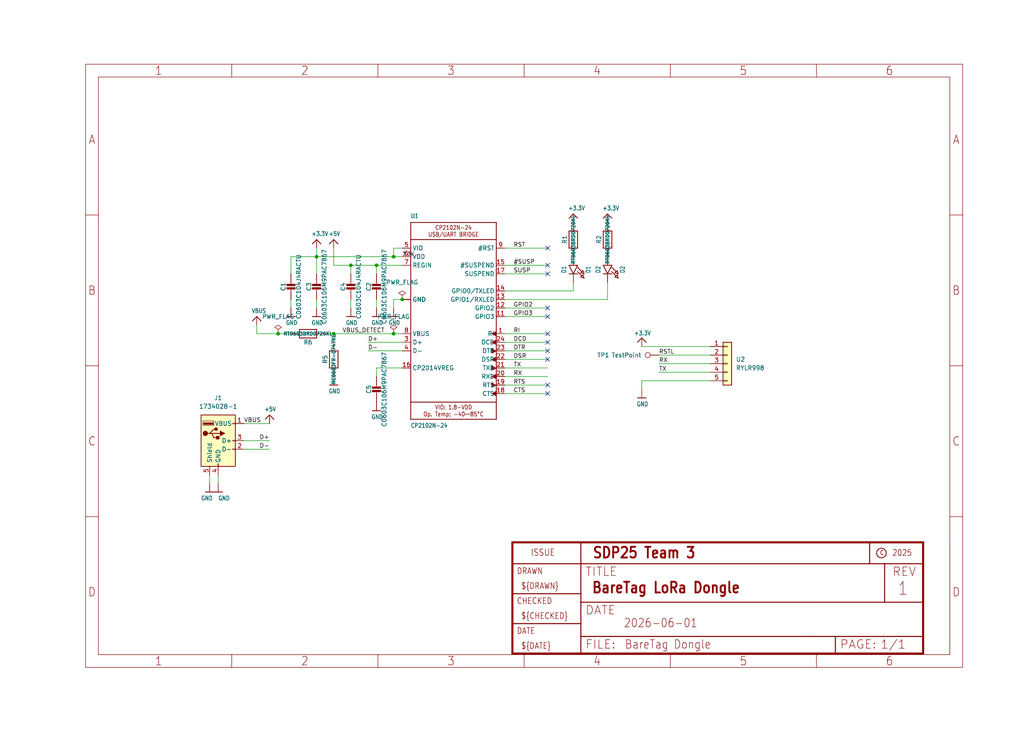
<source format=kicad_sch>
(kicad_sch (version 20231120) (generator "eeschema") (generator_version "8.0")
  (paper "User" 303.962 217.322)
  (title_block (title "BareTag LoRa Dongle") (date "2025-01-16") (rev "v1") (company "SDP25 Team 3"))
  (lib_symbols
    (symbol "Adafruit CP2102N Friend-eagle-import:microbuilder_3.3V" (power)
      (symbol "microbuilder_3.3V_1_0"
        (polyline (pts (xy -1.27 -1.27) (xy 0 0)) (stroke (width 0.254)))
        (polyline (pts (xy 0 0) (xy 1.27 -1.27)) (stroke (width 0.254)))
        (pin power_in line (at 0 -2.54 90) (length 2.54) (name "3.3V") (number "1"))
      )
    )
    (symbol "Adafruit CP2102N Friend-eagle-import:microbuilder_CAP_CERAMIC0603_NO"
      (property "Reference" "C" (at -2.29 1.25 90))
      (symbol "microbuilder_CAP_CERAMIC0603_NO_1_0"
        (rectangle (start -1.27 0.508) (end 1.27 1.016) (fill (type outline)))
        (rectangle (start -1.27 1.524) (end 1.27 2.032) (fill (type outline)))
        (polyline (pts (xy 0 0.762) (xy 0 0)) (stroke (width 0.1524)))
        (polyline (pts (xy 0 2.54) (xy 0 1.778)) (stroke (width 0.1524)))
        (pin passive line (at 0 5.08 270) (length 2.54) (name "1") (number "1"))
        (pin passive line (at 0 -2.54 90) (length 2.54) (name "2") (number "2"))
      )
    )
    (symbol "Adafruit CP2102N Friend-eagle-import:microbuilder_CAP_CERAMIC0805-NOOUTLINE"
      (property "Reference" "C" (at -2.29 1.25 90))
      (symbol "microbuilder_CAP_CERAMIC0805-NOOUTLINE_1_0"
        (rectangle (start -1.27 0.508) (end 1.27 1.016) (fill (type outline)))
        (rectangle (start -1.27 1.524) (end 1.27 2.032) (fill (type outline)))
        (polyline (pts (xy 0 0.762) (xy 0 0)) (stroke (width 0.1524)))
        (polyline (pts (xy 0 2.54) (xy 0 1.778)) (stroke (width 0.1524)))
        (pin passive line (at 0 5.08 270) (length 2.54) (name "1") (number "1"))
        (pin passive line (at 0 -2.54 90) (length 2.54) (name "2") (number "2"))
      )
    )
    (symbol "Adafruit CP2102N Friend-eagle-import:microbuilder_CP2102N-24"
      (property "Reference" "IC1" (at -12.7 29.21 0))
      (property "Value" "CP2102N-24" (at -12.7 -33.02 0))
      (symbol "microbuilder_CP2102N-24_1_0"
        (polyline (pts (xy -12.7 -30.48) (xy 12.7 -30.48)) (stroke (width 0.254)))
        (polyline (pts (xy -12.7 -25.4) (xy -12.7 -30.48)) (stroke (width 0.254)))
        (polyline (pts (xy -12.7 -25.4) (xy -12.7 22.86)) (stroke (width 0.254)))
        (polyline (pts (xy -12.7 22.86) (xy -12.7 27.94)) (stroke (width 0.254)))
        (polyline (pts (xy -12.7 22.86) (xy 12.7 22.86)) (stroke (width 0.254)))
        (polyline (pts (xy -12.7 27.94) (xy 12.7 27.94)) (stroke (width 0.254)))
        (polyline (pts (xy 12.7 -30.48) (xy 12.7 -25.4)) (stroke (width 0.254)))
        (polyline (pts (xy 12.7 -25.4) (xy -12.7 -25.4)) (stroke (width 0.254)))
        (polyline (pts (xy 12.7 22.86) (xy 12.7 -25.4)) (stroke (width 0.254)))
        (polyline (pts (xy 12.7 27.94) (xy 12.7 22.86)) (stroke (width 0.254)))
        (polyline (pts (xy 11.43 -19.685) (xy 11.43 -20.955) (xy 12.7 -20.32)) (stroke (width 0.254)) (fill (type outline)))
        (polyline (pts (xy 11.43 -14.605) (xy 11.43 -15.875) (xy 12.7 -15.24)) (stroke (width 0.254)) (fill (type outline)))
        (polyline (pts (xy 11.43 -9.525) (xy 11.43 -10.795) (xy 12.7 -10.16)) (stroke (width 0.254)) (fill (type outline)))
        (polyline (pts (xy 12.7 -22.225) (xy 11.43 -22.86) (xy 12.7 -23.495)) (stroke (width 0.254)) (fill (type outline)))
        (polyline (pts (xy 12.7 -17.145) (xy 11.43 -17.78) (xy 12.7 -18.415)) (stroke (width 0.254)) (fill (type outline)))
        (polyline (pts (xy 12.7 -12.065) (xy 11.43 -12.7) (xy 12.7 -13.335)) (stroke (width 0.254)) (fill (type outline)))
        (polyline (pts (xy 12.7 -6.985) (xy 11.43 -7.62) (xy 12.7 -8.255)) (stroke (width 0.254)) (fill (type outline)))
        (polyline (pts (xy 12.7 -4.445) (xy 11.43 -5.08) (xy 12.7 -5.715)) (stroke (width 0.254)) (fill (type outline)))
        (text "CP2102N-24\nUSB/UART BRIDGE" (at 0 25.4 0) (effects (font (size 1.27 1.0795))))
        (text "VIO: 1.8-VDD\nOp. Temp: -40~~85°C" (at 0 -27.94 0) (effects (font (size 1.27 1.0795))))
        (pin input line (at 15.24 -5.08 180) (length 2.54) (name "RI") (number "1"))
        (pin bidirectional line (at 15.24 0 180) (length 2.54) (name "GPIO3") (number "11"))
        (pin bidirectional line (at 15.24 2.54 180) (length 2.54) (name "GPIO2") (number "12"))
        (pin bidirectional line (at 15.24 5.08 180) (length 2.54) (name "GPIO1/RXLED") (number "13"))
        (pin bidirectional line (at 15.24 7.62 180) (length 2.54) (name "GPIO0/TXLED") (number "14"))
        (pin output line (at 15.24 15.24 180) (length 2.54) (name "#SUSPEND") (number "15"))
        (pin passive line (at -15.24 -15.24 0) (length 2.54) (name "CP2014VREG") (number "16"))
        (pin output line (at 15.24 12.7 180) (length 2.54) (name "SUSPEND") (number "17"))
        (pin input line (at 15.24 -22.86 180) (length 2.54) (name "CTS") (number "18"))
        (pin output line (at 15.24 -20.32 180) (length 2.54) (name "RTS") (number "19"))
        (pin power_in line (at -15.24 5.08 0) (length 2.54) (name "GND") (number "2"))
        (pin input line (at 15.24 -17.78 180) (length 2.54) (name "RXD") (number "20"))
        (pin output line (at 15.24 -15.24 180) (length 2.54) (name "TXD") (number "21"))
        (pin input line (at 15.24 -12.7 180) (length 2.54) (name "DSR") (number "22"))
        (pin output line (at 15.24 -10.16 180) (length 2.54) (name "DTR") (number "23"))
        (pin input line (at 15.24 -7.62 180) (length 2.54) (name "DCD") (number "24"))
        (pin bidirectional line (at -15.24 -7.62 0) (length 2.54) (name "D+") (number "3"))
        (pin bidirectional line (at -15.24 -10.16 0) (length 2.54) (name "D-") (number "4"))
        (pin power_in line (at -15.24 20.32 0) (length 2.54) (name "VIO") (number "5"))
        (pin power_out line (at -15.24 17.78 0) (length 2.54) (name "VDD") (number "6"))
        (pin power_in line (at -15.24 15.24 0) (length 2.54) (name "REGIN") (number "7"))
        (pin power_in line (at -15.24 -5.08 0) (length 2.54) (name "VBUS") (number "8"))
        (pin bidirectional line (at 15.24 20.32 180) (length 2.54) (name "#RST") (number "9"))
        (pin power_in line (at -15.24 5.08 0) (length 2.54) (name "GND") (number "THERM"))
      )
    )
    (symbol "Adafruit CP2102N Friend-eagle-import:microbuilder_FRAME_A4"
      (symbol "microbuilder_FRAME_A4_1_0"
        (polyline (pts (xy 0 44.7675) (xy 3.81 44.7675)))
        (polyline (pts (xy 0 89.535) (xy 3.81 89.535)))
        (polyline (pts (xy 0 134.3025) (xy 3.81 134.3025)))
        (polyline (pts (xy 3.81 3.81) (xy 3.81 175.26)))
        (polyline (pts (xy 43.3917 0) (xy 43.3917 3.81)))
        (polyline (pts (xy 43.3917 175.26) (xy 43.3917 179.07)))
        (polyline (pts (xy 86.7833 0) (xy 86.7833 3.81)))
        (polyline (pts (xy 86.7833 175.26) (xy 86.7833 179.07)))
        (polyline (pts (xy 130.175 0) (xy 130.175 3.81)))
        (polyline (pts (xy 130.175 175.26) (xy 130.175 179.07)))
        (polyline (pts (xy 173.5667 0) (xy 173.5667 3.81)))
        (polyline (pts (xy 173.5667 175.26) (xy 173.5667 179.07)))
        (polyline (pts (xy 216.9583 0) (xy 216.9583 3.81)))
        (polyline (pts (xy 216.9583 175.26) (xy 216.9583 179.07)))
        (polyline (pts (xy 256.54 3.81) (xy 3.81 3.81)))
        (polyline (pts (xy 256.54 3.81) (xy 256.54 8.89)) (stroke (width 0.1016)))
        (polyline (pts (xy 256.54 3.81) (xy 256.54 175.26)))
        (polyline (pts (xy 256.54 8.89) (xy 256.54 13.97)) (stroke (width 0.1016)))
        (polyline (pts (xy 256.54 13.97) (xy 256.54 19.05)) (stroke (width 0.1016)))
        (polyline (pts (xy 256.54 19.05) (xy 256.54 36.83)) (stroke (width 0.1016)))
        (polyline (pts (xy 256.54 44.7675) (xy 260.35 44.7675)))
        (polyline (pts (xy 256.54 89.535) (xy 260.35 89.535)))
        (polyline (pts (xy 256.54 134.3025) (xy 260.35 134.3025)))
        (polyline (pts (xy 256.54 175.26) (xy 3.81 175.26)))
        (polyline (pts (xy 0 0) (xy 260.35 0) (xy 260.35 179.07) (xy 0 179.07) (xy 0 0)))
        (text "1" (at 21.6958 1.905 0) (effects (font (size 2.54 2.286))))
        (text "1" (at 21.6958 177.165 0) (effects (font (size 2.54 2.286))))
        (text "2" (at 65.0875 1.905 0) (effects (font (size 2.54 2.286))))
        (text "2" (at 65.0875 177.165 0) (effects (font (size 2.54 2.286))))
        (text "3" (at 108.4792 1.905 0) (effects (font (size 2.54 2.286))))
        (text "3" (at 108.4792 177.165 0) (effects (font (size 2.54 2.286))))
        (text "4" (at 151.8708 1.905 0) (effects (font (size 2.54 2.286))))
        (text "4" (at 151.8708 177.165 0) (effects (font (size 2.54 2.286))))
        (text "5" (at 195.2625 1.905 0) (effects (font (size 2.54 2.286))))
        (text "5" (at 195.2625 177.165 0) (effects (font (size 2.54 2.286))))
        (text "6" (at 238.6542 1.905 0) (effects (font (size 2.54 2.286))))
        (text "6" (at 238.6542 177.165 0) (effects (font (size 2.54 2.286))))
        (text "A" (at 1.905 156.6863 0) (effects (font (size 2.54 2.286))))
        (text "A" (at 258.445 156.6863 0) (effects (font (size 2.54 2.286))))
        (text "B" (at 1.905 111.9188 0) (effects (font (size 2.54 2.286))))
        (text "B" (at 258.445 111.9188 0) (effects (font (size 2.54 2.286))))
        (text "C" (at 1.905 67.1513 0) (effects (font (size 2.54 2.286))))
        (text "C" (at 258.445 67.1513 0) (effects (font (size 2.54 2.286))))
        (text "D" (at 1.905 22.3838 0) (effects (font (size 2.54 2.286))))
        (text "D" (at 258.445 22.3838 0) (effects (font (size 2.54 2.286))))
      )
      (symbol "microbuilder_FRAME_A4_2_0"
        (polyline (pts (xy -0.3048 1.5748) (xy 20.0152 1.5748)) (stroke (width 0.6096)))
        (polyline (pts (xy -0.3048 10.4648) (xy -0.3048 1.5748)) (stroke (width 0.6096)))
        (polyline (pts (xy -0.3048 10.4648) (xy 20.0152 10.4648)) (stroke (width 0.3048)))
        (polyline (pts (xy -0.3048 19.3548) (xy -0.3048 10.4648)) (stroke (width 0.6096)))
        (polyline (pts (xy -0.3048 19.3548) (xy 20.0152 19.3548)) (stroke (width 0.3048)))
        (polyline (pts (xy -0.3048 28.2448) (xy -0.3048 19.3548)) (stroke (width 0.6096)))
        (polyline (pts (xy -0.3048 28.2448) (xy 20.0152 28.2448)) (stroke (width 0.3048)))
        (polyline (pts (xy -0.3048 34.5948) (xy -0.3048 28.2448)) (stroke (width 0.6096)))
        (polyline (pts (xy 20.0152 1.5748) (xy 20.0152 6.6548)) (stroke (width 0.3048)))
        (polyline (pts (xy 20.0152 1.5748) (xy 95.5802 1.5748)) (stroke (width 0.6096)))
        (polyline (pts (xy 20.0152 6.6548) (xy 20.0152 10.4648)) (stroke (width 0.3048)))
        (polyline (pts (xy 20.0152 6.6548) (xy 88.5952 6.6548)) (stroke (width 0.3048)))
        (polyline (pts (xy 20.0152 10.4648) (xy 20.0152 16.8148)) (stroke (width 0.3048)))
        (polyline (pts (xy 20.0152 16.8148) (xy 20.0152 19.3548)) (stroke (width 0.3048)))
        (polyline (pts (xy 20.0152 19.3548) (xy 20.0152 28.2448)) (stroke (width 0.3048)))
        (polyline (pts (xy 20.0152 28.2448) (xy 20.0152 34.5948)) (stroke (width 0.3048)))
        (polyline (pts (xy 20.0152 28.2448) (xy 105.7402 28.2448)) (stroke (width 0.3048)))
        (polyline (pts (xy 20.0152 34.5948) (xy -0.3048 34.5948)) (stroke (width 0.6096)))
        (polyline (pts (xy 88.5952 6.6548) (xy 95.5802 6.6548)) (stroke (width 0.3048)))
        (polyline (pts (xy 88.5952 16.8148) (xy 20.0152 16.8148)) (stroke (width 0.3048)))
        (polyline (pts (xy 95.5802 1.5748) (xy 121.6152 1.5748)) (stroke (width 0.6096)))
        (polyline (pts (xy 95.5802 6.6548) (xy 95.5802 1.5748)) (stroke (width 0.3048)))
        (polyline (pts (xy 95.5802 6.6548) (xy 121.6152 6.6548)) (stroke (width 0.3048)))
        (polyline (pts (xy 105.7402 28.2448) (xy 105.7402 34.5948)) (stroke (width 0.3048)))
        (polyline (pts (xy 105.7402 28.2448) (xy 110.1852 28.2448)) (stroke (width 0.3048)))
        (polyline (pts (xy 105.7402 34.5948) (xy 20.0152 34.5948)) (stroke (width 0.6096)))
        (polyline (pts (xy 110.1852 16.8148) (xy 88.5952 16.8148)) (stroke (width 0.3048)))
        (polyline (pts (xy 110.1852 28.2448) (xy 110.1852 16.8148)) (stroke (width 0.3048)))
        (polyline (pts (xy 110.1852 28.2448) (xy 121.6152 28.2448)) (stroke (width 0.3048)))
        (polyline (pts (xy 121.6152 6.6548) (xy 121.6152 1.5748)) (stroke (width 0.6096)))
        (polyline (pts (xy 121.6152 16.8148) (xy 110.1852 16.8148)) (stroke (width 0.3048)))
        (polyline (pts (xy 121.6152 16.8148) (xy 121.6152 6.6548)) (stroke (width 0.6096)))
        (polyline (pts (xy 121.6152 28.2448) (xy 121.6152 16.8148)) (stroke (width 0.6096)))
        (polyline (pts (xy 121.6152 34.5948) (xy 105.7402 34.5948)) (stroke (width 0.6096)))
        (polyline (pts (xy 121.6152 34.5948) (xy 121.6152 28.2448)) (stroke (width 0.6096)))
        (circle (center 109.2327 31.4198) (radius 1.4199) (stroke (width 0.254)))
        (text "${CHECKED}" (at 2.2352 11.7348 0) (effects (font (size 1.778 1.5113)) (justify left bottom)))
        (text "${COMPANY}" (at 23.349 29.6735 0) (effects (font (size 3.175 2.6987) (thickness 0.5397) (bold yes)) (justify left bottom)))
        (text "${CURRENT_DATE}" (at 32.7152 9.1948 0) (effects (font (size 2.54 2.159)) (justify left bottom)))
        (text "${DATE}" (at 2.2352 2.8448 0) (effects (font (size 1.778 1.5113)) (justify left bottom)))
        (text "${DRAWN}" (at 2.2352 20.6248 0) (effects (font (size 1.778 1.5113)) (justify left bottom)))
        (text "${TITLE}" (at 23.114 19.304 0) (effects (font (size 3.175 2.6987) (thickness 0.5397) (bold yes)) (justify left bottom)))
        (text "1" (at 113.9952 18.7198 0) (effects (font (size 3.81 3.2385)) (justify left bottom)))
        (text "1/1" (at 108.9152 2.8448 0) (effects (font (size 2.54 2.54)) (justify left bottom)))
        (text "2025\n" (at 112.4077 30.4673 0) (effects (font (size 1.778 1.5113)) (justify left bottom)))
        (text "BareTag Dongle" (at 33.0327 2.8448 0) (effects (font (size 2.54 2.159)) (justify left bottom)))
        (text "C" (at 108.7564 30.7848 0) (effects (font (size 1.27 1.0795)) (justify left bottom)))
        (text "CHECKED" (at 0.9652 16.1798 0) (effects (font (size 1.778 1.5113)) (justify left bottom)))
        (text "DATE" (at 0.9652 7.2898 0) (effects (font (size 1.778 1.5113)) (justify left bottom)))
        (text "DATE" (at 21.2852 13.0048 0) (effects (font (size 2.54 2.54)) (justify left bottom)))
        (text "DRAWN" (at 0.9652 25.0698 0) (effects (font (size 1.778 1.5113)) (justify left bottom)))
        (text "FILE:" (at 21.2852 2.8448 0) (effects (font (size 2.54 2.54)) (justify left bottom)))
        (text "ISSUE" (at 5.0927 30.4673 0) (effects (font (size 1.9304 1.6408)) (justify left bottom)))
        (text "PAGE:" (at 96.8502 2.8448 0) (effects (font (size 2.54 2.54)) (justify left bottom)))
        (text "REV" (at 112.4077 24.4348 0) (effects (font (size 2.54 2.54)) (justify left bottom)))
        (text "TITLE" (at 21.2852 24.4348 0) (effects (font (size 2.54 2.54)) (justify left bottom)))
      )
    )
    (symbol "Adafruit CP2102N Friend-eagle-import:microbuilder_GND" (power)
      (symbol "microbuilder_GND_1_0"
        (polyline (pts (xy -1.27 0) (xy 1.27 0)) (stroke (width 0.254)))
        (pin power_in line (at 0 2.54 270) (length 2.54) (name "GND") (number "1"))
      )
    )
    (symbol "Adafruit CP2102N Friend-eagle-import:microbuilder_LED0603_NOOUTLINE"
      (property "Reference" "D" (at -1.27 4.445 0))
      (symbol "microbuilder_LED0603_NOOUTLINE_1_0"
        (polyline (pts (xy -2.54 -1.27) (xy 0 0)) (stroke (width 0.254)))
        (polyline (pts (xy -2.54 1.27) (xy -2.54 -1.27)) (stroke (width 0.254)))
        (polyline (pts (xy -1.905 1.27) (xy -0.635 2.54)) (stroke (width 0.254)))
        (polyline (pts (xy -0.9525 2.8575) (xy -0.3175 2.2225)) (stroke (width 0.254)))
        (polyline (pts (xy -0.635 1.27) (xy 0.635 2.54)) (stroke (width 0.254)))
        (polyline (pts (xy -0.3175 2.2225) (xy 0 3.175)) (stroke (width 0.254)))
        (polyline (pts (xy 0 0) (xy -2.54 1.27)) (stroke (width 0.254)))
        (polyline (pts (xy 0 0) (xy 0 -1.27)) (stroke (width 0.254)))
        (polyline (pts (xy 0 1.27) (xy 0 0)) (stroke (width 0.254)))
        (polyline (pts (xy 0 3.175) (xy -0.9525 2.8575)) (stroke (width 0.254)))
        (polyline (pts (xy 0.3175 2.8575) (xy 0.9525 2.2225)) (stroke (width 0.254)))
        (polyline (pts (xy 0.9525 2.2225) (xy 1.27 3.175)) (stroke (width 0.254)))
        (polyline (pts (xy 1.27 3.175) (xy 0.3175 2.8575)) (stroke (width 0.254)))
        (pin passive line (at -5.08 0 0) (length 2.54) (name "A") (number "A"))
        (pin passive line (at 2.54 0 180) (length 2.54) (name "C") (number "C"))
      )
    )
    (symbol "Adafruit CP2102N Friend-eagle-import:microbuilder_RESISTOR_0603_NOOUT"
      (property "Reference" "R" (at 0 2.54 0))
      (symbol "microbuilder_RESISTOR_0603_NOOUT_1_0"
        (polyline (pts (xy -2.54 -1.27) (xy -2.54 1.27)) (stroke (width 0.254)))
        (polyline (pts (xy -2.54 1.27) (xy 2.54 1.27)) (stroke (width 0.254)))
        (polyline (pts (xy 2.54 -1.27) (xy -2.54 -1.27)) (stroke (width 0.254)))
        (polyline (pts (xy 2.54 1.27) (xy 2.54 -1.27)) (stroke (width 0.254)))
        (pin passive line (at -5.08 0 0) (length 2.54) (name "1") (number "1"))
        (pin passive line (at 5.08 0 180) (length 2.54) (name "2") (number "2"))
      )
    )
    (symbol "Adafruit CP2102N Friend-eagle-import:microbuilder_VBUS" (power)
      (symbol "microbuilder_VBUS_1_0"
        (polyline (pts (xy -1.27 -1.27) (xy 0 0)) (stroke (width 0.254)))
        (polyline (pts (xy 0 0) (xy 1.27 -1.27)) (stroke (width 0.254)))
        (pin power_in line (at 0 -2.54 90) (length 2.54) (name "VBUS") (number "1"))
      )
    )
    (symbol "Connector:TestPoint" (pin_numbers hide) (pin_names (offset 0.762) hide)
      (property "Reference" "TP" (at 0 6.858 0))
      (property "Value" "TestPoint" (at 0 5.08 0))
      (symbol "TestPoint_0_1"
        (circle (center 0 3.302) (radius 0.762))
      )
      (symbol "TestPoint_1_1"
        (pin passive line (at 0 0 90) (length 2.54) (name "1") (number "1"))
      )
    )
    (symbol "Connector:USB_A" (pin_names (offset 1.016))
      (property "Reference" "J" (at -5.08 11.43 0))
      (property "Value" "USB_A" (at -5.08 8.89 0))
      (symbol "USB_A_0_1"
        (rectangle (start -5.08 -7.62) (end 5.08 7.62) (stroke (width 0.254)) (fill (type background)))
        (circle (center -3.81 2.159) (radius 0.635) (stroke (width 0.254)) (fill (type outline)))
        (rectangle (start -1.524 4.826) (end -4.318 5.334) (fill (type outline)))
        (rectangle (start -1.27 4.572) (end -4.572 5.842))
        (circle (center -0.635 3.429) (radius 0.381) (stroke (width 0.254)) (fill (type outline)))
        (rectangle (start -0.127 -7.62) (end 0.127 -6.858))
        (polyline (pts (xy -3.175 2.159) (xy -2.54 2.159) (xy -1.27 3.429) (xy -0.635 3.429)) (stroke (width 0.254)))
        (polyline (pts (xy -2.54 2.159) (xy -1.905 2.159) (xy -1.27 0.889) (xy 0 0.889)) (stroke (width 0.254)))
        (polyline (pts (xy 0.635 2.794) (xy 0.635 1.524) (xy 1.905 2.159) (xy 0.635 2.794)) (stroke (width 0.254)) (fill (type outline)))
        (rectangle (start 0.254 1.27) (end -0.508 0.508) (stroke (width 0.254)) (fill (type outline)))
        (rectangle (start 5.08 -2.667) (end 4.318 -2.413))
        (rectangle (start 5.08 -0.127) (end 4.318 0.127))
        (rectangle (start 5.08 4.953) (end 4.318 5.207))
      )
      (symbol "USB_A_1_1"
        (polyline (pts (xy -1.905 2.159) (xy 0.635 2.159)) (stroke (width 0.254)))
        (pin power_in line (at 7.62 5.08 180) (length 2.54) (name "VBUS") (number "1"))
        (pin bidirectional line (at 7.62 -2.54 180) (length 2.54) (name "D-") (number "2"))
        (pin bidirectional line (at 7.62 0 180) (length 2.54) (name "D+") (number "3"))
        (pin power_in line (at 0 -10.16 90) (length 2.54) (name "GND") (number "4"))
        (pin passive line (at -2.54 -10.16 90) (length 2.54) (name "Shield") (number "5"))
      )
    )
    (symbol "Connector_Generic:Conn_01x05" (pin_names (offset 1.016) hide)
      (property "Reference" "J" (at 0 7.62 0))
      (property "Value" "Conn_01x05" (at 0 -7.62 0))
      (symbol "Conn_01x05_1_1"
        (rectangle (start -1.27 -4.953) (end 0 -5.207) (stroke (width 0.1524)))
        (rectangle (start -1.27 -2.413) (end 0 -2.667) (stroke (width 0.1524)))
        (rectangle (start -1.27 0.127) (end 0 -0.127) (stroke (width 0.1524)))
        (rectangle (start -1.27 2.667) (end 0 2.413) (stroke (width 0.1524)))
        (rectangle (start -1.27 5.207) (end 0 4.953) (stroke (width 0.1524)))
        (rectangle (start -1.27 6.35) (end 1.27 -6.35) (stroke (width 0.254)) (fill (type background)))
        (pin passive line (at -5.08 5.08 0) (length 3.81) (name "Pin_1") (number "1"))
        (pin passive line (at -5.08 2.54 0) (length 3.81) (name "Pin_2") (number "2"))
        (pin passive line (at -5.08 0 0) (length 3.81) (name "Pin_3") (number "3"))
        (pin passive line (at -5.08 -2.54 0) (length 3.81) (name "Pin_4") (number "4"))
        (pin passive line (at -5.08 -5.08 0) (length 3.81) (name "Pin_5") (number "5"))
      )
    )
    (symbol "microbuilder_FRAME_A4_1"
      (symbol "microbuilder_FRAME_A4_1_1_0"
        (polyline (pts (xy 0 44.7675) (xy 3.81 44.7675)))
        (polyline (pts (xy 0 89.535) (xy 3.81 89.535)))
        (polyline (pts (xy 0 134.3025) (xy 3.81 134.3025)))
        (polyline (pts (xy 3.81 3.81) (xy 3.81 175.26)))
        (polyline (pts (xy 43.3917 0) (xy 43.3917 3.81)))
        (polyline (pts (xy 43.3917 175.26) (xy 43.3917 179.07)))
        (polyline (pts (xy 86.7833 0) (xy 86.7833 3.81)))
        (polyline (pts (xy 86.7833 175.26) (xy 86.7833 179.07)))
        (polyline (pts (xy 130.175 0) (xy 130.175 3.81)))
        (polyline (pts (xy 130.175 175.26) (xy 130.175 179.07)))
        (polyline (pts (xy 173.5667 0) (xy 173.5667 3.81)))
        (polyline (pts (xy 173.5667 175.26) (xy 173.5667 179.07)))
        (polyline (pts (xy 216.9583 0) (xy 216.9583 3.81)))
        (polyline (pts (xy 216.9583 175.26) (xy 216.9583 179.07)))
        (polyline (pts (xy 256.54 3.81) (xy 3.81 3.81)))
        (polyline (pts (xy 256.54 3.81) (xy 256.54 8.89)) (stroke (width 0.1016)))
        (polyline (pts (xy 256.54 3.81) (xy 256.54 175.26)))
        (polyline (pts (xy 256.54 8.89) (xy 256.54 13.97)) (stroke (width 0.1016)))
        (polyline (pts (xy 256.54 13.97) (xy 256.54 19.05)) (stroke (width 0.1016)))
        (polyline (pts (xy 256.54 19.05) (xy 256.54 36.83)) (stroke (width 0.1016)))
        (polyline (pts (xy 256.54 44.7675) (xy 260.35 44.7675)))
        (polyline (pts (xy 256.54 89.535) (xy 260.35 89.535)))
        (polyline (pts (xy 256.54 134.3025) (xy 260.35 134.3025)))
        (polyline (pts (xy 256.54 175.26) (xy 3.81 175.26)))
        (polyline (pts (xy 0 0) (xy 260.35 0) (xy 260.35 179.07) (xy 0 179.07) (xy 0 0)))
        (text "1" (at 21.6958 1.905 0) (effects (font (size 2.54 2.286))))
        (text "1" (at 21.6958 177.165 0) (effects (font (size 2.54 2.286))))
        (text "2" (at 65.0875 1.905 0) (effects (font (size 2.54 2.286))))
        (text "2" (at 65.0875 177.165 0) (effects (font (size 2.54 2.286))))
        (text "3" (at 108.4792 1.905 0) (effects (font (size 2.54 2.286))))
        (text "3" (at 108.4792 177.165 0) (effects (font (size 2.54 2.286))))
        (text "4" (at 151.8708 1.905 0) (effects (font (size 2.54 2.286))))
        (text "4" (at 151.8708 177.165 0) (effects (font (size 2.54 2.286))))
        (text "5" (at 195.2625 1.905 0) (effects (font (size 2.54 2.286))))
        (text "5" (at 195.2625 177.165 0) (effects (font (size 2.54 2.286))))
        (text "6" (at 238.6542 1.905 0) (effects (font (size 2.54 2.286))))
        (text "6" (at 238.6542 177.165 0) (effects (font (size 2.54 2.286))))
        (text "A" (at 1.905 156.6863 0) (effects (font (size 2.54 2.286))))
        (text "A" (at 258.445 156.6863 0) (effects (font (size 2.54 2.286))))
        (text "B" (at 1.905 111.9188 0) (effects (font (size 2.54 2.286))))
        (text "B" (at 258.445 111.9188 0) (effects (font (size 2.54 2.286))))
        (text "C" (at 1.905 67.1513 0) (effects (font (size 2.54 2.286))))
        (text "C" (at 258.445 67.1513 0) (effects (font (size 2.54 2.286))))
        (text "D" (at 1.905 22.3838 0) (effects (font (size 2.54 2.286))))
        (text "D" (at 258.445 22.3838 0) (effects (font (size 2.54 2.286))))
      )
      (symbol "microbuilder_FRAME_A4_1_2_0"
        (polyline (pts (xy -0.3048 1.5748) (xy 20.0152 1.5748)) (stroke (width 0.6096)))
        (polyline (pts (xy -0.3048 10.4648) (xy -0.3048 1.5748)) (stroke (width 0.6096)))
        (polyline (pts (xy -0.3048 10.4648) (xy 20.0152 10.4648)) (stroke (width 0.3048)))
        (polyline (pts (xy -0.3048 19.3548) (xy -0.3048 10.4648)) (stroke (width 0.6096)))
        (polyline (pts (xy -0.3048 19.3548) (xy 20.0152 19.3548)) (stroke (width 0.3048)))
        (polyline (pts (xy -0.3048 28.2448) (xy -0.3048 19.3548)) (stroke (width 0.6096)))
        (polyline (pts (xy -0.3048 28.2448) (xy 20.0152 28.2448)) (stroke (width 0.3048)))
        (polyline (pts (xy -0.3048 34.5948) (xy -0.3048 28.2448)) (stroke (width 0.6096)))
        (polyline (pts (xy 20.0152 1.5748) (xy 20.0152 6.6548)) (stroke (width 0.3048)))
        (polyline (pts (xy 20.0152 1.5748) (xy 95.5802 1.5748)) (stroke (width 0.6096)))
        (polyline (pts (xy 20.0152 6.6548) (xy 20.0152 10.4648)) (stroke (width 0.3048)))
        (polyline (pts (xy 20.0152 6.6548) (xy 88.5952 6.6548)) (stroke (width 0.3048)))
        (polyline (pts (xy 20.0152 10.4648) (xy 20.0152 16.8148)) (stroke (width 0.3048)))
        (polyline (pts (xy 20.0152 16.8148) (xy 20.0152 19.3548)) (stroke (width 0.3048)))
        (polyline (pts (xy 20.0152 19.3548) (xy 20.0152 28.2448)) (stroke (width 0.3048)))
        (polyline (pts (xy 20.0152 28.2448) (xy 20.0152 34.5948)) (stroke (width 0.3048)))
        (polyline (pts (xy 20.0152 28.2448) (xy 105.7402 28.2448)) (stroke (width 0.3048)))
        (polyline (pts (xy 20.0152 34.5948) (xy -0.3048 34.5948)) (stroke (width 0.6096)))
        (polyline (pts (xy 88.5952 6.6548) (xy 95.5802 6.6548)) (stroke (width 0.3048)))
        (polyline (pts (xy 88.5952 16.8148) (xy 20.0152 16.8148)) (stroke (width 0.3048)))
        (polyline (pts (xy 95.5802 1.5748) (xy 121.6152 1.5748)) (stroke (width 0.6096)))
        (polyline (pts (xy 95.5802 6.6548) (xy 95.5802 1.5748)) (stroke (width 0.3048)))
        (polyline (pts (xy 95.5802 6.6548) (xy 121.6152 6.6548)) (stroke (width 0.3048)))
        (polyline (pts (xy 105.7402 28.2448) (xy 105.7402 34.5948)) (stroke (width 0.3048)))
        (polyline (pts (xy 105.7402 28.2448) (xy 110.1852 28.2448)) (stroke (width 0.3048)))
        (polyline (pts (xy 105.7402 34.5948) (xy 20.0152 34.5948)) (stroke (width 0.6096)))
        (polyline (pts (xy 110.1852 16.8148) (xy 88.5952 16.8148)) (stroke (width 0.3048)))
        (polyline (pts (xy 110.1852 28.2448) (xy 110.1852 16.8148)) (stroke (width 0.3048)))
        (polyline (pts (xy 110.1852 28.2448) (xy 121.6152 28.2448)) (stroke (width 0.3048)))
        (polyline (pts (xy 121.6152 6.6548) (xy 121.6152 1.5748)) (stroke (width 0.6096)))
        (polyline (pts (xy 121.6152 16.8148) (xy 110.1852 16.8148)) (stroke (width 0.3048)))
        (polyline (pts (xy 121.6152 16.8148) (xy 121.6152 6.6548)) (stroke (width 0.6096)))
        (polyline (pts (xy 121.6152 28.2448) (xy 121.6152 16.8148)) (stroke (width 0.6096)))
        (polyline (pts (xy 121.6152 34.5948) (xy 105.7402 34.5948)) (stroke (width 0.6096)))
        (polyline (pts (xy 121.6152 34.5948) (xy 121.6152 28.2448)) (stroke (width 0.6096)))
        (circle (center 109.2327 31.4198) (radius 1.4199) (stroke (width 0.254)))
        (text "${CHECKED}" (at 2.2352 11.7348 0) (effects (font (size 1.778 1.5113)) (justify left bottom)))
        (text "${COMPANY}" (at 23.349 29.6735 0) (effects (font (size 3.175 2.6987) (thickness 0.5397) (bold yes)) (justify left bottom)))
        (text "${CURRENT_DATE}" (at 32.7152 9.1948 0) (effects (font (size 2.54 2.159)) (justify left bottom)))
        (text "${DATE}" (at 2.2352 2.8448 0) (effects (font (size 1.778 1.5113)) (justify left bottom)))
        (text "${DRAWN}" (at 2.2352 20.6248 0) (effects (font (size 1.778 1.5113)) (justify left bottom)))
        (text "${TITLE}" (at 23.114 19.304 0) (effects (font (size 3.175 2.6987) (thickness 0.5397) (bold yes)) (justify left bottom)))
        (text "1" (at 113.9952 18.7198 0) (effects (font (size 3.81 3.2385)) (justify left bottom)))
        (text "1/1" (at 108.9152 2.8448 0) (effects (font (size 2.54 2.54)) (justify left bottom)))
        (text "2025\n" (at 112.4077 30.4673 0) (effects (font (size 1.778 1.5113)) (justify left bottom)))
        (text "BareTag Dongle" (at 33.0327 2.8448 0) (effects (font (size 2.54 2.159)) (justify left bottom)))
        (text "C" (at 108.7564 30.7848 0) (effects (font (size 1.27 1.0795)) (justify left bottom)))
        (text "CHECKED" (at 0.9652 16.1798 0) (effects (font (size 1.778 1.5113)) (justify left bottom)))
        (text "DATE" (at 0.9652 7.2898 0) (effects (font (size 1.778 1.5113)) (justify left bottom)))
        (text "DATE" (at 21.2852 13.0048 0) (effects (font (size 2.54 2.54)) (justify left bottom)))
        (text "DRAWN" (at 0.9652 25.0698 0) (effects (font (size 1.778 1.5113)) (justify left bottom)))
        (text "FILE:" (at 21.2852 2.8448 0) (effects (font (size 2.54 2.54)) (justify left bottom)))
        (text "ISSUE" (at 5.0927 30.4673 0) (effects (font (size 1.9304 1.6408)) (justify left bottom)))
        (text "PAGE:" (at 96.8502 2.8448 0) (effects (font (size 2.54 2.54)) (justify left bottom)))
        (text "REV" (at 112.4077 24.4348 0) (effects (font (size 2.54 2.54)) (justify left bottom)))
        (text "TITLE" (at 21.2852 24.4348 0) (effects (font (size 2.54 2.54)) (justify left bottom)))
      )
    )
    (symbol "power:PWR_FLAG" (power) (pin_numbers hide) (pin_names (offset 0) hide)
      (property "Value" "PWR_FLAG" (at 0 3.81 0))
      (symbol "PWR_FLAG_0_0"
        (pin power_out line (at 0 0 90) (length 0) (name "~") (number "1"))
      )
      (symbol "PWR_FLAG_0_1"
        (polyline (pts (xy 0 0) (xy 0 1.27) (xy -1.016 1.905) (xy 0 2.54) (xy 1.016 1.905) (xy 0 1.27)))
      )
    )
  )
  (junction (at 99.06 99.06))
  (junction (at 111.76 78.74))
  (junction (at 82.55 99.06))
  (junction (at 116.84 99.06))
  (junction (at 119.38 88.9))
  (junction (at 104.14 78.74))
  (junction (at 93.98 76.2))
  (junction (at 116.84 76.2))
  (no_connect (at 162.56 99.06))
  (no_connect (at 162.56 101.6))
  (no_connect (at 162.56 91.44))
  (no_connect (at 162.56 116.84))
  (no_connect (at 162.56 104.14))
  (no_connect (at 162.56 93.98))
  (no_connect (at 162.56 114.3))
  (no_connect (at 162.56 81.28))
  (no_connect (at 162.56 106.68))
  (no_connect (at 162.56 73.66))
  (no_connect (at 162.56 78.74))
  (wire (pts (xy 116.84 76.2) (xy 93.98 76.2)) (stroke (width 0.1524)))
  (wire (pts (xy 104.14 88.9) (xy 104.14 91.44)) (stroke (width 0.1524)))
  (wire (pts (xy 149.86 106.68) (xy 162.56 106.68)) (stroke (width 0.1524)))
  (wire (pts (xy 104.14 78.74) (xy 99.06 78.74)) (stroke (width 0.1524)))
  (wire (pts (xy 111.76 109.22) (xy 111.76 111.76)) (stroke (width 0.1524)))
  (wire (pts (xy 72.39 125.73) (xy 80.01 125.73)))
  (wire (pts (xy 104.14 78.74) (xy 104.14 81.28)) (stroke (width 0.1524)))
  (wire (pts (xy 86.36 99.06) (xy 82.55 99.06)) (stroke (width 0.1524)))
  (wire (pts (xy 149.86 88.9) (xy 180.34 88.9)) (stroke (width 0.1524)))
  (wire (pts (xy 109.22 104.14) (xy 119.38 104.14)) (stroke (width 0.1524)))
  (wire (pts (xy 149.86 109.22) (xy 162.56 109.22)) (stroke (width 0.1524)))
  (wire (pts (xy 149.86 73.66) (xy 162.56 73.66)) (stroke (width 0.1524)))
  (wire (pts (xy 76.2 99.06) (xy 76.2 96.52)) (stroke (width 0.1524)))
  (wire (pts (xy 82.55 99.06) (xy 76.2 99.06)) (stroke (width 0.1524)))
  (wire (pts (xy 93.98 76.2) (xy 93.98 73.66)) (stroke (width 0.1524)))
  (wire (pts (xy 195.58 105.41) (xy 210.82 105.41)) (stroke (width 0.1524)))
  (wire (pts (xy 119.38 99.06) (xy 116.84 99.06)) (stroke (width 0.1524)))
  (wire (pts (xy 210.82 107.95) (xy 195.58 107.95)) (stroke (width 0.1524)))
  (wire (pts (xy 119.38 78.74) (xy 111.76 78.74)) (stroke (width 0.1524)))
  (wire (pts (xy 109.22 101.6) (xy 119.38 101.6)) (stroke (width 0.1524)))
  (wire (pts (xy 119.38 73.66) (xy 116.84 73.66)) (stroke (width 0.1524)))
  (wire (pts (xy 64.77 140.97) (xy 64.77 143.51)))
  (wire (pts (xy 93.98 76.2) (xy 93.98 81.28)) (stroke (width 0.1524)))
  (wire (pts (xy 162.56 111.76) (xy 149.86 111.76)) (stroke (width 0.1524)))
  (wire (pts (xy 116.84 73.66) (xy 116.84 76.2)) (stroke (width 0.1524)))
  (wire (pts (xy 149.86 104.14) (xy 162.56 104.14)) (stroke (width 0.1524)))
  (wire (pts (xy 180.34 83.82) (xy 180.34 88.9)) (stroke (width 0.1524)))
  (wire (pts (xy 111.76 88.9) (xy 111.76 91.44)) (stroke (width 0.1524)))
  (wire (pts (xy 210.82 113.03) (xy 190.5 113.03)) (stroke (width 0.1524)))
  (wire (pts (xy 210.82 110.49) (xy 195.58 110.49)) (stroke (width 0.1524)))
  (wire (pts (xy 111.76 78.74) (xy 104.14 78.74)) (stroke (width 0.1524)))
  (wire (pts (xy 149.86 81.28) (xy 162.56 81.28)) (stroke (width 0.1524)))
  (wire (pts (xy 119.38 88.9) (xy 116.84 88.9)) (stroke (width 0.1524)))
  (wire (pts (xy 149.86 78.74) (xy 162.56 78.74)) (stroke (width 0.1524)))
  (wire (pts (xy 170.18 83.82) (xy 170.18 86.36)) (stroke (width 0.1524)))
  (wire (pts (xy 149.86 93.98) (xy 162.56 93.98)) (stroke (width 0.1524)))
  (wire (pts (xy 80.01 130.81) (xy 72.39 130.81)))
  (wire (pts (xy 162.56 114.3) (xy 149.86 114.3)) (stroke (width 0.1524)))
  (wire (pts (xy 80.01 133.35) (xy 72.39 133.35)))
  (wire (pts (xy 190.5 113.03) (xy 190.5 115.57)) (stroke (width 0.1524)))
  (wire (pts (xy 149.86 91.44) (xy 162.56 91.44)) (stroke (width 0.1524)))
  (wire (pts (xy 119.38 76.2) (xy 116.84 76.2)) (stroke (width 0.1524)))
  (wire (pts (xy 99.06 99.06) (xy 96.52 99.06)) (stroke (width 0.1524)))
  (wire (pts (xy 111.76 78.74) (xy 111.76 81.28)) (stroke (width 0.1524)))
  (wire (pts (xy 62.23 143.51) (xy 62.23 140.97)))
  (wire (pts (xy 116.84 99.06) (xy 99.06 99.06)) (stroke (width 0.1524)))
  (wire (pts (xy 119.38 109.22) (xy 111.76 109.22)) (stroke (width 0.1524)))
  (wire (pts (xy 149.86 99.06) (xy 162.56 99.06)) (stroke (width 0.1524)))
  (wire (pts (xy 86.36 88.9) (xy 86.36 91.44)) (stroke (width 0.1524)))
  (wire (pts (xy 210.82 102.87) (xy 190.5 102.87)) (stroke (width 0.1524)))
  (wire (pts (xy 149.86 101.6) (xy 162.56 101.6)) (stroke (width 0.1524)))
  (wire (pts (xy 116.84 88.9) (xy 116.84 91.44)) (stroke (width 0.1524)))
  (wire (pts (xy 93.98 76.2) (xy 86.36 76.2)) (stroke (width 0.1524)))
  (wire (pts (xy 162.56 116.84) (xy 149.86 116.84)) (stroke (width 0.1524)))
  (wire (pts (xy 99.06 78.74) (xy 99.06 73.66)) (stroke (width 0.1524)))
  (wire (pts (xy 99.06 99.06) (xy 99.06 101.6)) (stroke (width 0.1524)))
  (wire (pts (xy 93.98 88.9) (xy 93.98 91.44)) (stroke (width 0.1524)))
  (wire (pts (xy 86.36 76.2) (xy 86.36 81.28)) (stroke (width 0.1524)))
  (wire (pts (xy 149.86 86.36) (xy 170.18 86.36)) (stroke (width 0.1524)))
  (label "VBUS" (at 72.39 125.73 0))
  (label "DCD" (at 152.4 101.6 0) (effects (font (size 1.2446 1.2446))))
  (label "RSTL" (at 195.58 105.41 0) (effects (font (size 1.2446 1.2446))))
  (label "#SUSP" (at 152.4 78.74 0) (effects (font (size 1.2446 1.2446))))
  (label "SUSP" (at 152.4 81.28 0) (effects (font (size 1.2446 1.2446))))
  (label "RTS" (at 152.4 114.3 0) (effects (font (size 1.2446 1.2446))))
  (label "RX" (at 195.58 107.95 0))
  (label "RI" (at 152.4 99.06 0) (effects (font (size 1.2446 1.2446))))
  (label "DTR" (at 152.4 104.14 0) (effects (font (size 1.2446 1.2446))))
  (label "CTS" (at 152.4 116.84 0) (effects (font (size 1.2446 1.2446))))
  (label "GPIO2" (at 152.4 91.44 0) (effects (font (size 1.2446 1.2446))))
  (label "D+" (at 80.01 130.81 180))
  (label "VBUS_DETECT" (at 101.6 99.06 0) (effects (font (size 1.2446 1.2446))))
  (label "3.3V" (at 119.38 76.2 0) (effects (font (size 1.016 1.016))))
  (label "D-" (at 109.22 104.14 0) (effects (font (size 1.2446 1.2446))))
  (label "TX" (at 195.58 110.49 0) (effects (font (size 1.2446 1.2446))))
  (label "RX" (at 152.4 111.76 0) (effects (font (size 1.2446 1.2446))))
  (label "RST" (at 152.4 73.66 0) (effects (font (size 1.2446 1.2446))))
  (label "TX" (at 152.4 109.22 0) (effects (font (size 1.2446 1.2446))))
  (label "GPIO3" (at 152.4 93.98 0) (effects (font (size 1.2446 1.2446))))
  (label "D-" (at 80.01 133.35 180))
  (label "D+" (at 109.22 101.6 0) (effects (font (size 1.2446 1.2446))))
  (label "DSR" (at 152.4 106.68 0) (effects (font (size 1.2446 1.2446))))
  (symbol (lib_id "Adafruit CP2102N Friend-eagle-import:microbuilder_GND") (at 190.5 118.11 0) (unit 1)
    (property "Reference" "#U$012" (effects (hide yes)))
    (property "Value" "GND" (at 188.976 120.65 0) (effects (font (size 1.27 1.0795)) (justify left bottom)))
  )
  (symbol (lib_id "Adafruit CP2102N Friend-eagle-import:microbuilder_FRAME_A4") (at 152.4 195.58 0) (unit 2)
    (property "Reference" "#FRAME1" (effects (hide yes)))
    (property "Value" "FRAME_A4" (effects (hide yes)))
  )
  (symbol (lib_id "Adafruit CP2102N Friend-eagle-import:microbuilder_LED0603_NOOUTLINE") (at 180.34 81.28 270) (unit 1)
    (property "Reference" "D2" (at 184.785 80.01 0) (effects (font (size 1.27 1.0795))))
    (property "Value" "D2" (at 177.546 80.01 0) (effects (font (size 1.27 1.0795))))
    (property "Footprint" "Adafruit CP2102N Friend:CHIPLED_0603_NOOUTLINE" (effects (hide yes)))
  )
  (symbol (lib_id "Adafruit CP2102N Friend-eagle-import:microbuilder_VBUS") (at 99.06 71.12 0) (unit 1)
    (property "Reference" "#U$05" (effects (hide yes)))
    (property "Value" "+5V" (at 97.536 70.104 0) (effects (font (size 1.27 1.0795)) (justify left bottom)))
  )
  (symbol (lib_id "Adafruit CP2102N Friend-eagle-import:microbuilder_GND") (at 111.76 93.98 0) (unit 1)
    (property "Reference" "#U$04" (effects (hide yes)))
    (property "Value" "GND" (at 110.236 96.52 0) (effects (font (size 1.27 1.0795)) (justify left bottom)))
  )
  (symbol (lib_id "Adafruit CP2102N Friend-eagle-import:microbuilder_CAP_CERAMIC0603_NO") (at 86.36 86.36 0) (unit 1)
    (property "Reference" "C1" (at 84.07 85.11 90))
    (property "Value" "C0603C104J4RACTU" (at 88.66 85.11 90))
    (property "Footprint" "Capacitor_SMD:C_0603_1608Metric" (effects (hide yes)))
  )
  (symbol (lib_id "Adafruit CP2102N Friend-eagle-import:microbuilder_CAP_CERAMIC0805-NOOUTLINE") (at 93.98 86.36 0) (unit 1)
    (property "Reference" "C3" (at 91.69 85.11 90))
    (property "Value" "C0603C106M9PAC7867" (at 96.28 85.11 90))
    (property "Footprint" "Capacitor_SMD:C_0805_2012Metric" (effects (hide yes)))
  )
  (symbol (lib_id "Adafruit CP2102N Friend-eagle-import:microbuilder_LED0603_NOOUTLINE") (at 170.18 81.28 270) (unit 1)
    (property "Reference" "D1" (at 174.625 80.01 0) (effects (font (size 1.27 1.0795))))
    (property "Value" "D1" (at 167.386 80.01 0) (effects (font (size 1.27 1.0795))))
    (property "Footprint" "Adafruit CP2102N Friend:CHIPLED_0603_NOOUTLINE" (effects (hide yes)))
  )
  (symbol (lib_id "Adafruit CP2102N Friend-eagle-import:microbuilder_3.3V") (at 93.98 71.12 0) (unit 1)
    (property "Reference" "#U$07" (effects (hide yes)))
    (property "Value" "+3.3V" (at 92.456 70.104 0) (effects (font (size 1.27 1.0795)) (justify left bottom)))
  )
  (symbol (lib_id "Adafruit CP2102N Friend-eagle-import:microbuilder_RESISTOR_0603_NOOUT") (at 180.34 71.12 90) (unit 1)
    (property "Reference" "R2" (at 177.8 71.12 0))
    (property "Value" "RT0603BRD0720KL" (at 180.34 71.12 0) (effects (font (size 1.016 1.016) (bold yes))))
    (property "Footprint" "Capacitor_SMD:C_0603_1608Metric" (effects (hide yes)))
  )
  (symbol (lib_id "Adafruit CP2102N Friend-eagle-import:microbuilder_CP2102N-24") (at 134.62 93.98 0) (unit 1)
    (property "Reference" "U1" (at 121.92 64.77 0) (effects (font (size 1.27 1.0795)) (justify left bottom)))
    (property "Value" "CP2102N-24" (at 121.92 127 0) (effects (font (size 1.27 1.0795)) (justify left bottom)))
    (property "Footprint" "Adafruit CP2102N Friend:QFN24_CP2102N_SIL-L" (effects (hide yes)))
  )
  (symbol (lib_id "Connector:USB_A") (at 64.77 130.81 0) (unit 1)
    (property "Reference" "J1" (at 64.77 118.11 0))
    (property "Value" "1734028-1" (at 64.77 120.65 0))
    (property "Footprint" "Connector_USB:USB_A_CNCTech_1001-011-01101_Horizontal" (effects (hide yes)))
    (property "Description" "USB Type A connector" (effects (hide yes)))
  )
  (symbol (lib_id "Adafruit CP2102N Friend-eagle-import:microbuilder_RESISTOR_0603_NOOUT") (at 99.06 106.68 90) (unit 1)
    (property "Reference" "R5" (at 96.52 106.68 0))
    (property "Value" "RC0603FR-0747KL" (at 99.06 106.68 0) (effects (font (size 1.016 1.016) (bold yes))))
    (property "Footprint" "Capacitor_SMD:C_0603_1608Metric" (effects (hide yes)))
  )
  (symbol (lib_id "Adafruit CP2102N Friend-eagle-import:microbuilder_GND") (at 116.84 93.98 0) (unit 1)
    (property "Reference" "#U$02" (effects (hide yes)))
    (property "Value" "GND" (at 115.316 96.52 0) (effects (font (size 1.27 1.0795)) (justify left bottom)))
  )
  (symbol (lib_id "Adafruit CP2102N Friend-eagle-import:microbuilder_RESISTOR_0603_NOOUT") (at 91.44 99.06 180) (unit 1)
    (property "Reference" "R6" (at 91.44 101.6 0))
    (property "Value" "RT0603BRD0720KL" (at 91.44 99.06 0) (effects (font (size 1.016 1.016) (bold yes))))
    (property "Footprint" "Capacitor_SMD:C_0603_1608Metric" (effects (hide yes)))
  )
  (symbol (lib_id "Adafruit CP2102N Friend-eagle-import:microbuilder_GND") (at 64.77 146.05 0) (unit 1)
    (property "Reference" "#U$08" (effects (hide yes)))
    (property "Value" "GND" (at 64.77 148.59 0) (effects (font (size 1.27 1.0795)) (justify left bottom)))
  )
  (symbol (lib_id "Adafruit CP2102N Friend-eagle-import:microbuilder_GND") (at 93.98 93.98 0) (unit 1)
    (property "Reference" "#U$06" (effects (hide yes)))
    (property "Value" "GND" (at 92.456 96.52 0) (effects (font (size 1.27 1.0795)) (justify left bottom)))
  )
  (symbol (lib_id "Adafruit CP2102N Friend-eagle-import:microbuilder_GND") (at 62.23 146.05 0) (unit 1)
    (property "Reference" "#U$01" (effects (hide yes)))
    (property "Value" "GND" (at 59.69 148.59 0) (effects (font (size 1.27 1.0795)) (justify left bottom)))
  )
  (symbol (lib_id "Adafruit CP2102N Friend-eagle-import:microbuilder_VBUS") (at 76.2 93.98 0) (unit 1)
    (property "Reference" "#U$025" (effects (hide yes)))
    (property "Value" "VBUS" (at 74.676 92.964 0) (effects (font (size 1.27 1.0795)) (justify left bottom)))
  )
  (symbol (lib_id "Adafruit CP2102N Friend-eagle-import:microbuilder_GND") (at 86.36 93.98 0) (unit 1)
    (property "Reference" "#U$03" (effects (hide yes)))
    (property "Value" "GND" (at 84.836 96.52 0) (effects (font (size 1.27 1.0795)) (justify left bottom)))
  )
  (symbol (lib_id "Adafruit CP2102N Friend-eagle-import:microbuilder_GND") (at 111.76 121.92 0) (unit 1)
    (property "Reference" "#U$026" (effects (hide yes)))
    (property "Value" "GND" (at 110.236 124.46 0) (effects (font (size 1.27 1.0795)) (justify left bottom)))
  )
  (symbol (lib_name "microbuilder_FRAME_A4_1") (lib_id "Adafruit CP2102N Friend-eagle-import:microbuilder_FRAME_A4") (at 25.4 198.12 0) (unit 1)
    (property "Reference" "#FRAME1" (effects (hide yes)))
    (property "Value" "FRAME_A4" (effects (hide yes)))
  )
  (symbol (lib_id "Adafruit CP2102N Friend-eagle-import:microbuilder_VBUS") (at 190.5 100.33 0) (unit 1)
    (property "Reference" "#U$014" (effects (hide yes)))
    (property "Value" "+3.3V" (at 188.214 99.568 0) (effects (font (size 1.27 1.0795)) (justify left bottom)))
  )
  (symbol (lib_id "Adafruit CP2102N Friend-eagle-import:microbuilder_CAP_CERAMIC0603_NO") (at 104.14 86.36 0) (unit 1)
    (property "Reference" "C4" (at 101.85 85.11 90))
    (property "Value" "C0603C104J4RACTU" (at 106.44 85.11 90))
    (property "Footprint" "Capacitor_SMD:C_0603_1608Metric" (effects (hide yes)))
  )
  (symbol (lib_id "power:PWR_FLAG") (at 119.38 88.9 0) (unit 1)
    (property "Reference" "#FLG03" (effects (hide yes)))
    (property "Value" "PWR_FLAG" (at 119.38 83.82 0))
    (property "Description" "Special symbol for telling ERC where power comes from" (effects (hide yes)))
  )
  (symbol (lib_id "Adafruit CP2102N Friend-eagle-import:microbuilder_CAP_CERAMIC0805-NOOUTLINE") (at 111.76 116.84 0) (unit 1)
    (property "Reference" "C5" (at 109.47 115.59 90))
    (property "Value" "C0603C106M9PAC7867" (at 114.06 115.59 90))
    (property "Footprint" "Capacitor_SMD:C_0805_2012Metric" (effects (hide yes)))
  )
  (symbol (lib_id "Adafruit CP2102N Friend-eagle-import:microbuilder_CAP_CERAMIC0805-NOOUTLINE") (at 111.76 86.36 0) (unit 1)
    (property "Reference" "C2" (at 109.47 85.11 90))
    (property "Value" "C0603C106M9PAC7867" (at 114.06 85.11 90))
    (property "Footprint" "Capacitor_SMD:C_0805_2012Metric" (effects (hide yes)))
  )
  (symbol (lib_id "Connector:TestPoint") (at 195.58 105.41 90) (unit 1)
    (property "Reference" "TP1" (at 179.07 105.41 90))
    (property "Value" "TestPoint" (at 185.928 105.41 90))
    (property "Footprint" "TestPoint:TestPoint_THTPad_D1.5mm_Drill0.7mm" (effects (hide yes)))
    (property "Description" "test point" (effects (hide yes)))
  )
  (symbol (lib_id "Adafruit CP2102N Friend-eagle-import:microbuilder_GND") (at 99.06 114.3 0) (unit 1)
    (property "Reference" "#U$09" (effects (hide yes)))
    (property "Value" "GND" (at 97.536 116.84 0) (effects (font (size 1.27 1.0795)) (justify left bottom)))
  )
  (symbol (lib_id "power:PWR_FLAG") (at 116.84 99.06 0) (unit 1)
    (property "Reference" "#FLG02" (effects (hide yes)))
    (property "Value" "PWR_FLAG" (at 116.84 93.98 0))
    (property "Description" "Special symbol for telling ERC where power comes from" (effects (hide yes)))
  )
  (symbol (lib_id "power:PWR_FLAG") (at 82.55 99.06 0) (unit 1)
    (property "Reference" "#FLG01" (effects (hide yes)))
    (property "Value" "PWR_FLAG" (at 82.55 93.98 0))
    (property "Description" "Special symbol for telling ERC where power comes from" (effects (hide yes)))
  )
  (symbol (lib_id "Adafruit CP2102N Friend-eagle-import:microbuilder_VBUS") (at 80.01 123.19 0) (unit 1)
    (property "Reference" "#U$013" (effects (hide yes)))
    (property "Value" "+5V" (at 78.486 122.174 0) (effects (font (size 1.27 1.0795)) (justify left bottom)))
  )
  (symbol (lib_id "Adafruit CP2102N Friend-eagle-import:microbuilder_3.3V") (at 170.18 63.5 0) (unit 1)
    (property "Reference" "#U$010" (effects (hide yes)))
    (property "Value" "+3.3V" (at 168.656 62.484 0) (effects (font (size 1.27 1.0795)) (justify left bottom)))
  )
  (symbol (lib_id "Adafruit CP2102N Friend-eagle-import:microbuilder_RESISTOR_0603_NOOUT") (at 170.18 71.12 90) (unit 1)
    (property "Reference" "R1" (at 167.64 71.12 0))
    (property "Value" "RT0603BRD0720KL" (at 170.18 71.12 0) (effects (font (size 1.016 1.016) (bold yes))))
    (property "Footprint" "Capacitor_SMD:C_0603_1608Metric" (effects (hide yes)))
  )
  (symbol (lib_id "Adafruit CP2102N Friend-eagle-import:microbuilder_3.3V") (at 180.34 63.5 0) (unit 1)
    (property "Reference" "#U$011" (effects (hide yes)))
    (property "Value" "+3.3V" (at 178.816 62.484 0) (effects (font (size 1.27 1.0795)) (justify left bottom)))
  )
  (symbol (lib_id "Adafruit CP2102N Friend-eagle-import:microbuilder_GND") (at 104.14 93.98 0) (unit 1)
    (property "Reference" "#U$021" (effects (hide yes)))
    (property "Value" "GND" (at 102.616 96.52 0) (effects (font (size 1.27 1.0795)) (justify left bottom)))
  )
  (symbol (lib_id "Connector_Generic:Conn_01x05") (at 215.9 107.95 0) (unit 1)
    (property "Reference" "U2" (at 218.44 106.6799 0) (effects (justify left)))
    (property "Value" "RYLR998" (at 218.44 109.2199 0) (effects (justify left)))
    (property "Footprint" "Connector_PinHeader_2.54mm:PinHeader_1x05_P2.54mm_Vertical" (effects (hide yes)))
    (property "Description" "Generic connector, single row, 01x05, script generated (kicad-library-utils/schlib/autogen/connector/)" (effects (hide yes)))
  )
)
</source>
